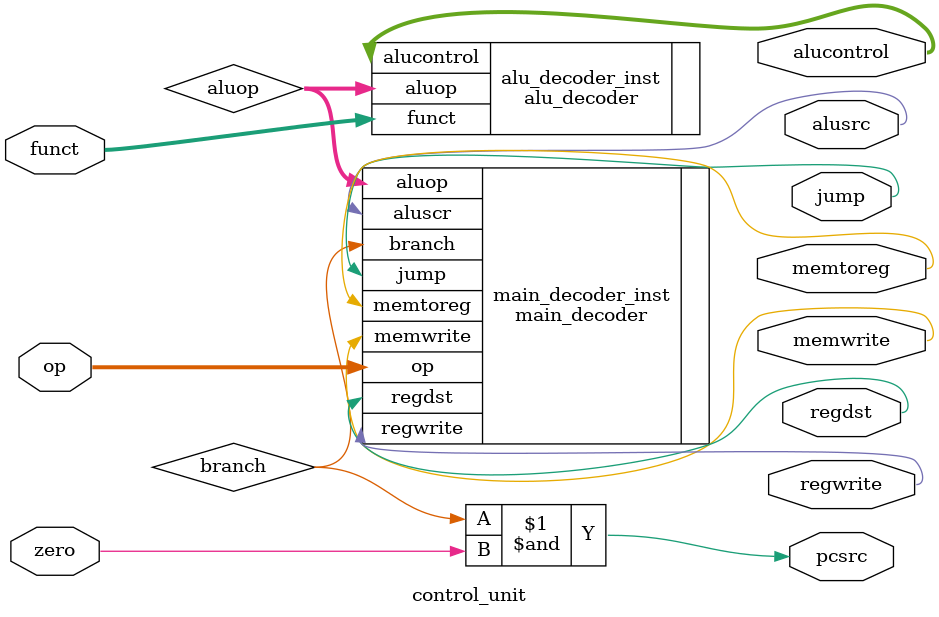
<source format=sv>
module control_unit (
    input logic [5:0] op, funct,
    input logic zero, 
    output logic memtoreg,
    output logic memwrite,
    output logic regdst,
    output logic regwrite,
    output logic jump,
    output logic pcsrc, alusrc,
    output logic [2:0] alucontrol
);

logic branch;
logic [1:0] aluop;

//MAIN_DECODER instance
main_decoder main_decoder_inst (
    .op(op),
    .memtoreg(memtoreg),
    .memwrite(memwrite),
    .branch(branch),
    .aluscr(alusrc),
    .regdst(regdst),
    .regwrite(regwrite),
    .jump(jump),
    .aluop(aluop)
);

//ALU_DECODER instance
alu_decoder alu_decoder_inst (
    .funct(funct),
    .aluop(aluop),
    .alucontrol(alucontrol)
);

assign pcsrc = (branch & zero);

endmodule
</source>
